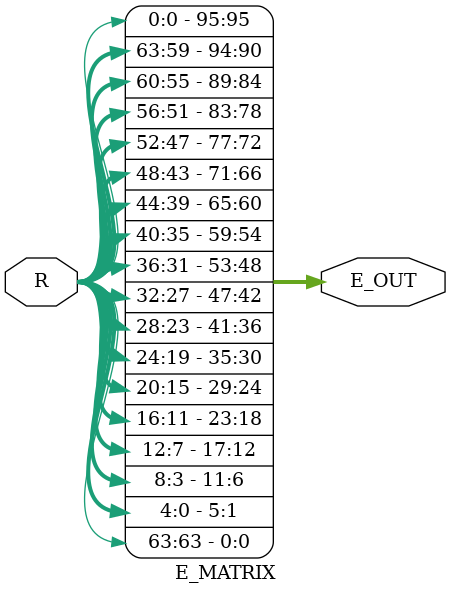
<source format=v>
`timescale 1ns / 1ps


module E_MATRIX(R, E_OUT);
    input [63:0] R;     // 64 BIT INPUT 
    output [95:0] E_OUT;  // 96 BIT OUTPUT 

    assign E_OUT = {
        R[0],  R[63], R[62], R[61], R[60], R[59], 
        R[60], R[59], R[58], R[57], R[56], R[55], 
        R[56], R[55], R[54], R[53], R[52], R[51], 
        R[52], R[51], R[50], R[49], R[48], R[47], 
        R[48], R[47], R[46], R[45], R[44], R[43], 
        R[44], R[43], R[42], R[41], R[40], R[39],
        R[40], R[39], R[38], R[37], R[36], R[35], 
        R[36], R[35], R[34], R[33], R[32], R[31], 
        R[32], R[31], R[30], R[29], R[28], R[27], 
        R[28], R[27], R[26], R[25], R[24], R[23],  
        R[24], R[23], R[22], R[21], R[20], R[19], 
        R[20], R[19], R[18], R[17], R[16], R[15],  
        R[16], R[15], R[14], R[13], R[12], R[11], 
        R[12], R[11], R[10], R[9],  R[8],  R[7], 
        R[8],  R[7],  R[6],  R[5],  R[4],  R[3], 
        R[4],  R[3],  R[2],  R[1],  R[0],  R[63]  
    };

endmodule


</source>
